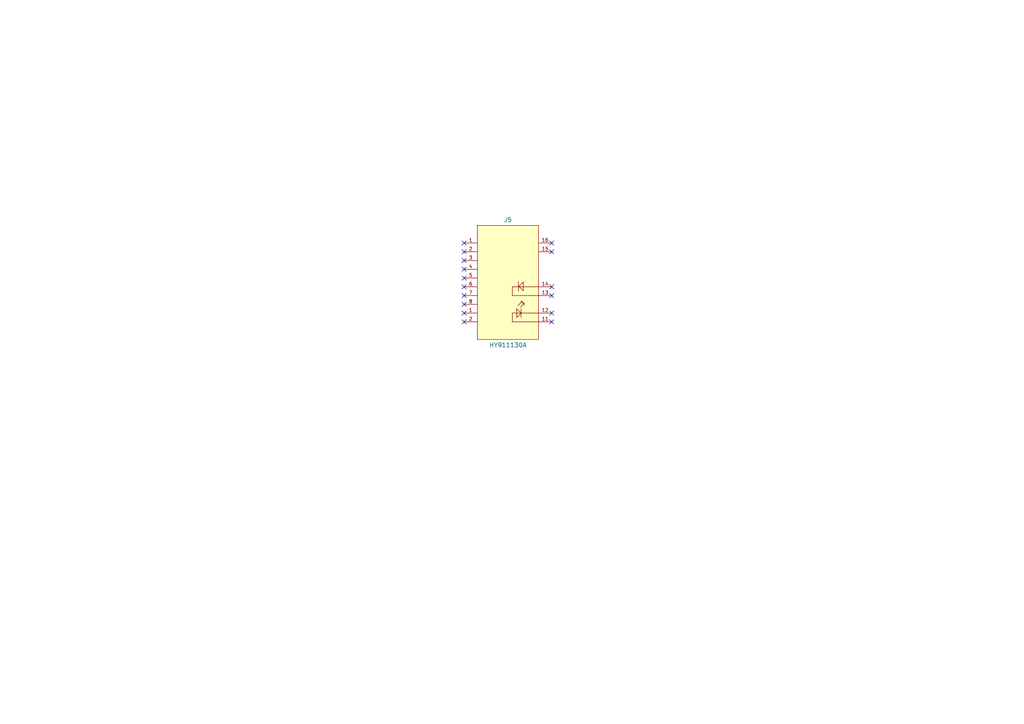
<source format=kicad_sch>
(kicad_sch (version 20230121) (generator eeschema)
  (paper "A4")
  (lib_symbols
    (symbol "RJ45_MAGJACK:HY911130A" (pin_names hide)
      (property "Reference" "J" (at -7.62 17.78 0))
      (property "Value" "HY911130A" (at -3.81 -17.78 0))
      (symbol "HY911130A_0_1"
        (rectangle (start -8.89 16.51) (end 8.89 -16.51) (fill (type background)))
        (polyline (pts (xy 1.27 -11.43) (xy 7.62 -11.43)))
        (polyline (pts (xy 1.27 -8.89) (xy 1.27 -11.43)))
        (polyline (pts (xy 1.27 -3.81) (xy 7.62 -3.81)))
        (polyline (pts (xy 1.27 -1.27) (xy 1.27 -3.81)))
        (polyline (pts (xy 2.54 -10.16) (xy 3.81 -8.89)))
        (polyline (pts (xy 2.54 -7.62) (xy 2.54 -10.16)))
        (polyline (pts (xy 2.921 -6.731) (xy 4.191 -5.461)))
        (polyline (pts (xy 3.048 -2.54) (xy 3.048 0.254)))
        (polyline (pts (xy 3.175 -1.143) (xy 4.445 -2.413)))
        (polyline (pts (xy 3.683 -7.239) (xy 4.699 -5.969)))
        (polyline (pts (xy 3.81 -8.89) (xy 2.54 -7.62)))
        (polyline (pts (xy 3.81 -7.62) (xy 3.81 -10.16)))
        (polyline (pts (xy 4.191 -5.461) (xy 3.683 -5.461)))
        (polyline (pts (xy 4.191 -5.461) (xy 4.191 -5.969)))
        (polyline (pts (xy 4.445 -2.413) (xy 4.445 0.127)))
        (polyline (pts (xy 4.445 0.127) (xy 3.175 -1.143)))
        (polyline (pts (xy 4.699 -5.969) (xy 4.191 -5.969)))
        (polyline (pts (xy 4.699 -5.969) (xy 4.699 -6.731)))
        (polyline (pts (xy 7.62 -8.89) (xy 1.27 -8.89)))
        (polyline (pts (xy 7.62 -1.27) (xy 1.27 -1.27)))
        (polyline (pts (xy 8.89 -11.43) (xy 7.62 -11.43)))
        (polyline (pts (xy 8.89 -8.89) (xy 7.62 -8.89)))
        (polyline (pts (xy 8.89 -3.81) (xy 7.62 -3.81)))
        (polyline (pts (xy 8.89 -1.27) (xy 7.62 -1.27)))
        (pin unspecified line (at -12.7 11.43 0) (length 3.81) (name "1") (number "1"))
        (pin unspecified line (at -12.7 -8.89 0) (length 3.81) (name "9") (number "1"))
        (pin unspecified line (at 12.7 -11.43 180) (length 3.81) (name "11") (number "11"))
        (pin unspecified line (at 12.7 -8.89 180) (length 3.81) (name "12") (number "12"))
        (pin unspecified line (at 12.7 -3.81 180) (length 3.81) (name "13") (number "13"))
        (pin unspecified line (at 12.7 -1.27 180) (length 3.81) (name "14") (number "14"))
        (pin unspecified line (at 12.7 8.89 180) (length 3.81) (name "SH") (number "15"))
        (pin unspecified line (at 12.7 11.43 180) (length 3.81) (name "SH") (number "16"))
        (pin unspecified line (at -12.7 -11.43 0) (length 3.81) (name "10") (number "2"))
        (pin unspecified line (at -12.7 8.89 0) (length 3.81) (name "2") (number "2"))
        (pin unspecified line (at -12.7 6.35 0) (length 3.81) (name "3") (number "3"))
        (pin unspecified line (at -12.7 3.81 0) (length 3.81) (name "4") (number "4"))
        (pin unspecified line (at -12.7 1.27 0) (length 3.81) (name "5") (number "5"))
        (pin unspecified line (at -12.7 -1.27 0) (length 3.81) (name "6") (number "6"))
        (pin unspecified line (at -12.7 -3.81 0) (length 3.81) (name "7") (number "7"))
        (pin unspecified line (at -12.7 -6.35 0) (length 3.81) (name "8") (number "8"))
      )
    )
  )
  (no_connect (at 134.62 80.645))
  (no_connect (at 134.62 78.105))
  (no_connect (at 134.62 90.805))
  (no_connect (at 160.02 85.725))
  (no_connect (at 134.62 88.265))
  (no_connect (at 134.62 83.185))
  (no_connect (at 134.62 85.725))
  (no_connect (at 134.62 73.025))
  (no_connect (at 160.02 83.185))
  (no_connect (at 160.02 90.805))
  (no_connect (at 160.02 93.345))
  (no_connect (at 134.62 93.345))
  (no_connect (at 160.02 70.485))
  (no_connect (at 134.62 70.485))
  (no_connect (at 134.62 75.565))
  (no_connect (at 160.02 73.025))
  (symbol (lib_id "RJ45_MAGJACK:HY911130A") (at 147.32 81.915 0) (unit 1)
    (property "Reference" "J5" (at 147.32 63.754 0))
    (property "Value" "HY911130A" (at 147.32 100.076 0))
    (property "Footprint" "RJ45_MAGJACK:RJ45_MAGJACK_HY911130A" (effects hide))
    (property "Datasheet" "https://item.szlcsc.com/56706.html" (effects hide))
    (property "LCSC" "C55679" (effects hide))
  )
)
</source>
